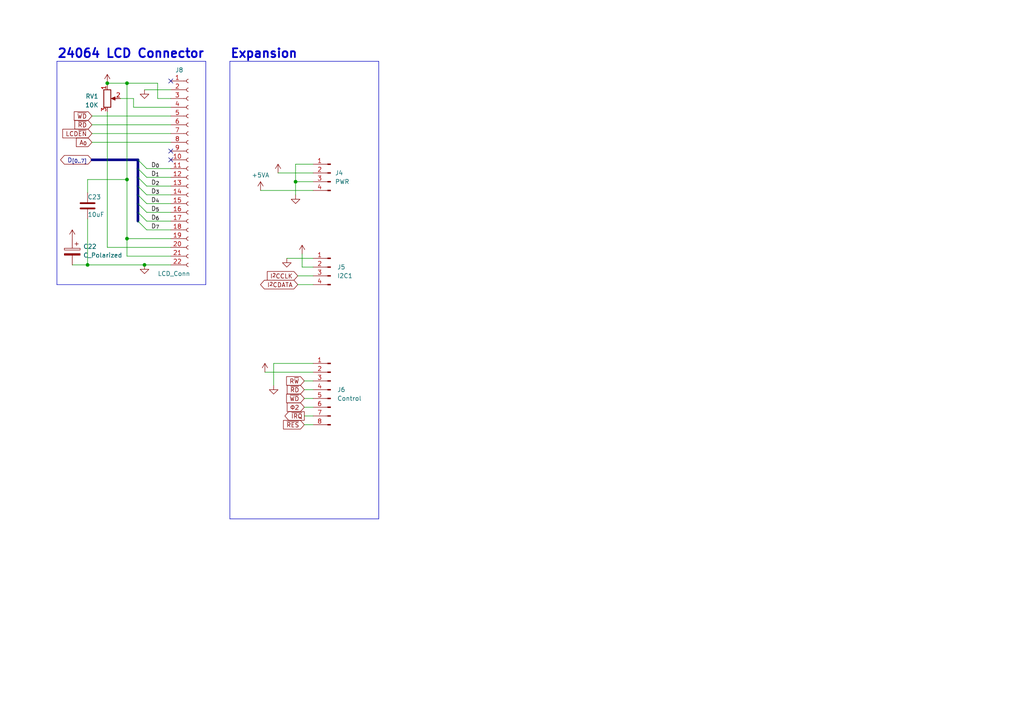
<source format=kicad_sch>
(kicad_sch (version 20230121) (generator eeschema)
  (paper "A4")
  (lib_symbols
    (symbol "Connector:Conn_01x04_Pin" (pin_names (offset 1.016) hide)
      (property "Reference" "J" (at 0 5.08 0))
      (property "Value" "Conn_01x04_Pin" (at 0 -7.62 0))
      (symbol "Conn_01x04_Pin_1_1"
        (polyline (pts (xy 1.27 -5.08) (xy 0.8636 -5.08)) (stroke (width 0.1524)))
        (polyline (pts (xy 1.27 -2.54) (xy 0.8636 -2.54)) (stroke (width 0.1524)))
        (polyline (pts (xy 1.27 0) (xy 0.8636 0)) (stroke (width 0.1524)))
        (polyline (pts (xy 1.27 2.54) (xy 0.8636 2.54)) (stroke (width 0.1524)))
        (rectangle (start 0.8636 -4.953) (end 0 -5.207) (stroke (width 0.1524)) (fill (type outline)))
        (rectangle (start 0.8636 -2.413) (end 0 -2.667) (stroke (width 0.1524)) (fill (type outline)))
        (rectangle (start 0.8636 0.127) (end 0 -0.127) (stroke (width 0.1524)) (fill (type outline)))
        (rectangle (start 0.8636 2.667) (end 0 2.413) (stroke (width 0.1524)) (fill (type outline)))
        (pin passive line (at 5.08 2.54 180) (length 3.81) (name "Pin_1") (number "1"))
        (pin passive line (at 5.08 0 180) (length 3.81) (name "Pin_2") (number "2"))
        (pin passive line (at 5.08 -2.54 180) (length 3.81) (name "Pin_3") (number "3"))
        (pin passive line (at 5.08 -5.08 180) (length 3.81) (name "Pin_4") (number "4"))
      )
    )
    (symbol "Connector:Conn_01x08_Pin" (pin_names (offset 1.016) hide)
      (property "Reference" "J" (at 0 10.16 0))
      (property "Value" "Conn_01x08_Pin" (at 0 -12.7 0))
      (symbol "Conn_01x08_Pin_1_1"
        (polyline (pts (xy 1.27 -10.16) (xy 0.8636 -10.16)) (stroke (width 0.1524)))
        (polyline (pts (xy 1.27 -7.62) (xy 0.8636 -7.62)) (stroke (width 0.1524)))
        (polyline (pts (xy 1.27 -5.08) (xy 0.8636 -5.08)) (stroke (width 0.1524)))
        (polyline (pts (xy 1.27 -2.54) (xy 0.8636 -2.54)) (stroke (width 0.1524)))
        (polyline (pts (xy 1.27 0) (xy 0.8636 0)) (stroke (width 0.1524)))
        (polyline (pts (xy 1.27 2.54) (xy 0.8636 2.54)) (stroke (width 0.1524)))
        (polyline (pts (xy 1.27 5.08) (xy 0.8636 5.08)) (stroke (width 0.1524)))
        (polyline (pts (xy 1.27 7.62) (xy 0.8636 7.62)) (stroke (width 0.1524)))
        (rectangle (start 0.8636 -10.033) (end 0 -10.287) (stroke (width 0.1524)) (fill (type outline)))
        (rectangle (start 0.8636 -7.493) (end 0 -7.747) (stroke (width 0.1524)) (fill (type outline)))
        (rectangle (start 0.8636 -4.953) (end 0 -5.207) (stroke (width 0.1524)) (fill (type outline)))
        (rectangle (start 0.8636 -2.413) (end 0 -2.667) (stroke (width 0.1524)) (fill (type outline)))
        (rectangle (start 0.8636 0.127) (end 0 -0.127) (stroke (width 0.1524)) (fill (type outline)))
        (rectangle (start 0.8636 2.667) (end 0 2.413) (stroke (width 0.1524)) (fill (type outline)))
        (rectangle (start 0.8636 5.207) (end 0 4.953) (stroke (width 0.1524)) (fill (type outline)))
        (rectangle (start 0.8636 7.747) (end 0 7.493) (stroke (width 0.1524)) (fill (type outline)))
        (pin passive line (at 5.08 7.62 180) (length 3.81) (name "Pin_1") (number "1"))
        (pin passive line (at 5.08 5.08 180) (length 3.81) (name "Pin_2") (number "2"))
        (pin passive line (at 5.08 2.54 180) (length 3.81) (name "Pin_3") (number "3"))
        (pin passive line (at 5.08 0 180) (length 3.81) (name "Pin_4") (number "4"))
        (pin passive line (at 5.08 -2.54 180) (length 3.81) (name "Pin_5") (number "5"))
        (pin passive line (at 5.08 -5.08 180) (length 3.81) (name "Pin_6") (number "6"))
        (pin passive line (at 5.08 -7.62 180) (length 3.81) (name "Pin_7") (number "7"))
        (pin passive line (at 5.08 -10.16 180) (length 3.81) (name "Pin_8") (number "8"))
      )
    )
    (symbol "Connector:Conn_01x22_Socket" (pin_names (offset 1.016) hide)
      (property "Reference" "J" (at 0 27.94 0))
      (property "Value" "Conn_01x22_Socket" (at 0 -30.48 0))
      (symbol "Conn_01x22_Socket_1_1"
        (arc (start 0 -27.432) (mid -0.5058 -27.94) (end 0 -28.448) (stroke (width 0.1524)))
        (arc (start 0 -24.892) (mid -0.5058 -25.4) (end 0 -25.908) (stroke (width 0.1524)))
        (arc (start 0 -22.352) (mid -0.5058 -22.86) (end 0 -23.368) (stroke (width 0.1524)))
        (arc (start 0 -19.812) (mid -0.5058 -20.32) (end 0 -20.828) (stroke (width 0.1524)))
        (arc (start 0 -17.272) (mid -0.5058 -17.78) (end 0 -18.288) (stroke (width 0.1524)))
        (arc (start 0 -14.732) (mid -0.5058 -15.24) (end 0 -15.748) (stroke (width 0.1524)))
        (arc (start 0 -12.192) (mid -0.5058 -12.7) (end 0 -13.208) (stroke (width 0.1524)))
        (arc (start 0 -9.652) (mid -0.5058 -10.16) (end 0 -10.668) (stroke (width 0.1524)))
        (arc (start 0 -7.112) (mid -0.5058 -7.62) (end 0 -8.128) (stroke (width 0.1524)))
        (arc (start 0 -4.572) (mid -0.5058 -5.08) (end 0 -5.588) (stroke (width 0.1524)))
        (arc (start 0 -2.032) (mid -0.5058 -2.54) (end 0 -3.048) (stroke (width 0.1524)))
        (polyline (pts (xy -1.27 -27.94) (xy -0.508 -27.94)) (stroke (width 0.1524)))
        (polyline (pts (xy -1.27 -25.4) (xy -0.508 -25.4)) (stroke (width 0.1524)))
        (polyline (pts (xy -1.27 -22.86) (xy -0.508 -22.86)) (stroke (width 0.1524)))
        (polyline (pts (xy -1.27 -20.32) (xy -0.508 -20.32)) (stroke (width 0.1524)))
        (polyline (pts (xy -1.27 -17.78) (xy -0.508 -17.78)) (stroke (width 0.1524)))
        (polyline (pts (xy -1.27 -15.24) (xy -0.508 -15.24)) (stroke (width 0.1524)))
        (polyline (pts (xy -1.27 -12.7) (xy -0.508 -12.7)) (stroke (width 0.1524)))
        (polyline (pts (xy -1.27 -10.16) (xy -0.508 -10.16)) (stroke (width 0.1524)))
        (polyline (pts (xy -1.27 -7.62) (xy -0.508 -7.62)) (stroke (width 0.1524)))
        (polyline (pts (xy -1.27 -5.08) (xy -0.508 -5.08)) (stroke (width 0.1524)))
        (polyline (pts (xy -1.27 -2.54) (xy -0.508 -2.54)) (stroke (width 0.1524)))
        (polyline (pts (xy -1.27 0) (xy -0.508 0)) (stroke (width 0.1524)))
        (polyline (pts (xy -1.27 2.54) (xy -0.508 2.54)) (stroke (width 0.1524)))
        (polyline (pts (xy -1.27 5.08) (xy -0.508 5.08)) (stroke (width 0.1524)))
        (polyline (pts (xy -1.27 7.62) (xy -0.508 7.62)) (stroke (width 0.1524)))
        (polyline (pts (xy -1.27 10.16) (xy -0.508 10.16)) (stroke (width 0.1524)))
        (polyline (pts (xy -1.27 12.7) (xy -0.508 12.7)) (stroke (width 0.1524)))
        (polyline (pts (xy -1.27 15.24) (xy -0.508 15.24)) (stroke (width 0.1524)))
        (polyline (pts (xy -1.27 17.78) (xy -0.508 17.78)) (stroke (width 0.1524)))
        (polyline (pts (xy -1.27 20.32) (xy -0.508 20.32)) (stroke (width 0.1524)))
        (polyline (pts (xy -1.27 22.86) (xy -0.508 22.86)) (stroke (width 0.1524)))
        (polyline (pts (xy -1.27 25.4) (xy -0.508 25.4)) (stroke (width 0.1524)))
        (arc (start 0 0.508) (mid -0.5058 0) (end 0 -0.508) (stroke (width 0.1524)))
        (arc (start 0 3.048) (mid -0.5058 2.54) (end 0 2.032) (stroke (width 0.1524)))
        (arc (start 0 5.588) (mid -0.5058 5.08) (end 0 4.572) (stroke (width 0.1524)))
        (arc (start 0 8.128) (mid -0.5058 7.62) (end 0 7.112) (stroke (width 0.1524)))
        (arc (start 0 10.668) (mid -0.5058 10.16) (end 0 9.652) (stroke (width 0.1524)))
        (arc (start 0 13.208) (mid -0.5058 12.7) (end 0 12.192) (stroke (width 0.1524)))
        (arc (start 0 15.748) (mid -0.5058 15.24) (end 0 14.732) (stroke (width 0.1524)))
        (arc (start 0 18.288) (mid -0.5058 17.78) (end 0 17.272) (stroke (width 0.1524)))
        (arc (start 0 20.828) (mid -0.5058 20.32) (end 0 19.812) (stroke (width 0.1524)))
        (arc (start 0 23.368) (mid -0.5058 22.86) (end 0 22.352) (stroke (width 0.1524)))
        (arc (start 0 25.908) (mid -0.5058 25.4) (end 0 24.892) (stroke (width 0.1524)))
        (pin passive line (at -5.08 25.4 0) (length 3.81) (name "Pin_1") (number "1"))
        (pin passive line (at -5.08 2.54 0) (length 3.81) (name "Pin_10") (number "10"))
        (pin passive line (at -5.08 0 0) (length 3.81) (name "Pin_11") (number "11"))
        (pin passive line (at -5.08 -2.54 0) (length 3.81) (name "Pin_12") (number "12"))
        (pin passive line (at -5.08 -5.08 0) (length 3.81) (name "Pin_13") (number "13"))
        (pin passive line (at -5.08 -7.62 0) (length 3.81) (name "Pin_14") (number "14"))
        (pin passive line (at -5.08 -10.16 0) (length 3.81) (name "Pin_15") (number "15"))
        (pin passive line (at -5.08 -12.7 0) (length 3.81) (name "Pin_16") (number "16"))
        (pin passive line (at -5.08 -15.24 0) (length 3.81) (name "Pin_17") (number "17"))
        (pin passive line (at -5.08 -17.78 0) (length 3.81) (name "Pin_18") (number "18"))
        (pin passive line (at -5.08 -20.32 0) (length 3.81) (name "Pin_19") (number "19"))
        (pin passive line (at -5.08 22.86 0) (length 3.81) (name "Pin_2") (number "2"))
        (pin passive line (at -5.08 -22.86 0) (length 3.81) (name "Pin_20") (number "20"))
        (pin passive line (at -5.08 -25.4 0) (length 3.81) (name "Pin_21") (number "21"))
        (pin passive line (at -5.08 -27.94 0) (length 3.81) (name "Pin_22") (number "22"))
        (pin passive line (at -5.08 20.32 0) (length 3.81) (name "Pin_3") (number "3"))
        (pin passive line (at -5.08 17.78 0) (length 3.81) (name "Pin_4") (number "4"))
        (pin passive line (at -5.08 15.24 0) (length 3.81) (name "Pin_5") (number "5"))
        (pin passive line (at -5.08 12.7 0) (length 3.81) (name "Pin_6") (number "6"))
        (pin passive line (at -5.08 10.16 0) (length 3.81) (name "Pin_7") (number "7"))
        (pin passive line (at -5.08 7.62 0) (length 3.81) (name "Pin_8") (number "8"))
        (pin passive line (at -5.08 5.08 0) (length 3.81) (name "Pin_9") (number "9"))
      )
    )
    (symbol "Device:C" (pin_numbers hide) (pin_names (offset 0.254))
      (property "Reference" "C" (at 0.635 2.54 0))
      (property "Value" "C" (at 0.635 -2.54 0))
      (symbol "C_0_1"
        (polyline (pts (xy -2.032 -0.762) (xy 2.032 -0.762)) (stroke (width 0.508)))
        (polyline (pts (xy -2.032 0.762) (xy 2.032 0.762)) (stroke (width 0.508)))
      )
      (symbol "C_1_1"
        (pin passive line (at 0 3.81 270) (length 2.794) (name "~") (number "1"))
        (pin passive line (at 0 -3.81 90) (length 2.794) (name "~") (number "2"))
      )
    )
    (symbol "Device:C_Polarized" (pin_numbers hide) (pin_names (offset 0.254))
      (property "Reference" "C" (at 0.635 2.54 0))
      (property "Value" "C_Polarized" (at 0.635 -2.54 0))
      (symbol "C_Polarized_0_1"
        (rectangle (start -2.286 0.508) (end 2.286 1.016))
        (polyline (pts (xy -1.778 2.286) (xy -0.762 2.286)))
        (polyline (pts (xy -1.27 2.794) (xy -1.27 1.778)))
        (rectangle (start 2.286 -0.508) (end -2.286 -1.016) (fill (type outline)))
      )
      (symbol "C_Polarized_1_1"
        (pin passive line (at 0 3.81 270) (length 2.794) (name "~") (number "1"))
        (pin passive line (at 0 -3.81 90) (length 2.794) (name "~") (number "2"))
      )
    )
    (symbol "Device:R_Potentiometer" (pin_names (offset 1.016) hide)
      (property "Reference" "RV" (at -4.445 0 90))
      (property "Value" "R_Potentiometer" (at -2.54 0 90))
      (symbol "R_Potentiometer_0_1"
        (polyline (pts (xy 2.54 0) (xy 1.524 0)))
        (polyline (pts (xy 1.143 0) (xy 2.286 0.508) (xy 2.286 -0.508) (xy 1.143 0)) (fill (type outline)))
        (rectangle (start 1.016 2.54) (end -1.016 -2.54) (stroke (width 0.254)))
      )
      (symbol "R_Potentiometer_1_1"
        (pin passive line (at 0 3.81 270) (length 1.27) (name "1") (number "1"))
        (pin passive line (at 3.81 0 180) (length 1.27) (name "2") (number "2"))
        (pin passive line (at 0 -3.81 90) (length 1.27) (name "3") (number "3"))
      )
    )
    (symbol "power:+5V" (power) (pin_names (offset 0))
      (property "Value" "+5V" (at 0 3.556 0))
      (symbol "+5V_0_1"
        (polyline (pts (xy -0.762 1.27) (xy 0 2.54)))
        (polyline (pts (xy 0 0) (xy 0 2.54)))
        (polyline (pts (xy 0 2.54) (xy 0.762 1.27)))
      )
      (symbol "+5V_1_1"
        (pin power_in line (at 0 0 90) (length 0) hide (name "+5V") (number "1"))
      )
    )
    (symbol "power:+5VA" (power) (pin_names (offset 0))
      (property "Value" "+5VA" (at 0 3.556 0))
      (symbol "+5VA_0_1"
        (polyline (pts (xy -0.762 1.27) (xy 0 2.54)))
        (polyline (pts (xy 0 0) (xy 0 2.54)))
        (polyline (pts (xy 0 2.54) (xy 0.762 1.27)))
      )
      (symbol "+5VA_1_1"
        (pin power_in line (at 0 0 90) (length 0) hide (name "+5VA") (number "1"))
      )
    )
    (symbol "power:GND" (power) (pin_names (offset 0))
      (property "Value" "GND" (at 0 -3.81 0))
      (symbol "GND_0_1"
        (polyline (pts (xy 0 0) (xy 0 -1.27) (xy 1.27 -1.27) (xy 0 -2.54) (xy -1.27 -1.27) (xy 0 -1.27)))
      )
      (symbol "GND_1_1"
        (pin power_in line (at 0 0 270) (length 0) hide (name "GND") (number "1"))
      )
    )
  )
  (junction (at 31.115 24.13))
  (junction (at 41.91 76.835))
  (junction (at 36.83 24.13))
  (junction (at 85.725 52.705))
  (junction (at 25.4 76.835))
  (junction (at 36.83 52.07))
  (junction (at 36.83 69.215))
  (no_connect (at 49.53 46.355))
  (no_connect (at 49.53 43.815))
  (no_connect (at 49.53 23.495))
  (bus_entry (at 40.005 53.975) (size 2.54 2.54))
  (bus_entry (at 40.005 61.595) (size 2.54 2.54))
  (bus_entry (at 40.005 46.355) (size 2.54 2.54))
  (bus_entry (at 40.005 56.515) (size 2.54 2.54))
  (bus_entry (at 40.005 64.135) (size 2.54 2.54))
  (bus_entry (at 40.005 48.895) (size 2.54 2.54))
  (bus_entry (at 40.005 51.435) (size 2.54 2.54))
  (bus_entry (at 40.005 59.055) (size 2.54 2.54))
  (wire (pts (xy 42.545 48.895) (xy 49.53 48.895)))
  (wire (pts (xy 25.4 52.07) (xy 36.83 52.07)))
  (wire (pts (xy 76.835 107.95) (xy 90.805 107.95)))
  (wire (pts (xy 90.805 52.705) (xy 85.725 52.705)))
  (bus (pts (xy 40.005 59.055) (xy 40.005 61.595)) (stroke (width 0.75)))
  (bus (pts (xy 40.005 51.435) (xy 40.005 48.895)) (stroke (width 0.75)))
  (wire (pts (xy 86.36 80.01) (xy 90.805 80.01)))
  (bus (pts (xy 40.005 53.975) (xy 40.005 51.435)) (stroke (width 0.75)))
  (polyline (pts (xy 59.69 82.55) (xy 16.51 82.55)))
  (bus (pts (xy 40.005 46.355) (xy 26.67 46.355)) (stroke (width 0.75)))
  (wire (pts (xy 45.72 28.575) (xy 45.72 24.13)))
  (wire (pts (xy 25.4 63.5) (xy 25.4 76.835)))
  (wire (pts (xy 25.4 55.88) (xy 25.4 52.07)))
  (wire (pts (xy 90.805 123.19) (xy 88.265 123.19)))
  (polyline (pts (xy 109.855 150.495) (xy 66.675 150.495)))
  (polyline (pts (xy 109.855 17.78) (xy 109.855 150.495)))
  (wire (pts (xy 79.375 105.41) (xy 79.375 111.76)))
  (wire (pts (xy 38.735 31.115) (xy 49.53 31.115)))
  (wire (pts (xy 36.83 69.215) (xy 49.53 69.215)))
  (wire (pts (xy 36.83 24.13) (xy 36.83 52.07)))
  (wire (pts (xy 20.955 76.835) (xy 25.4 76.835)))
  (wire (pts (xy 90.805 118.11) (xy 88.265 118.11)))
  (wire (pts (xy 90.805 113.03) (xy 88.265 113.03)))
  (bus (pts (xy 40.005 59.055) (xy 40.005 56.515)) (stroke (width 0.75)))
  (wire (pts (xy 34.925 28.575) (xy 38.735 28.575)))
  (wire (pts (xy 90.805 77.47) (xy 87.63 77.47)))
  (wire (pts (xy 83.185 74.93) (xy 90.805 74.93)))
  (wire (pts (xy 26.67 33.655) (xy 49.53 33.655)))
  (wire (pts (xy 26.67 41.275) (xy 49.53 41.275)))
  (wire (pts (xy 42.545 59.055) (xy 49.53 59.055)))
  (wire (pts (xy 26.67 36.195) (xy 49.53 36.195)))
  (bus (pts (xy 40.005 56.515) (xy 40.005 53.975)) (stroke (width 0.75)))
  (wire (pts (xy 87.63 73.66) (xy 87.63 77.47)))
  (wire (pts (xy 36.83 24.13) (xy 45.72 24.13)))
  (wire (pts (xy 31.115 24.13) (xy 36.83 24.13)))
  (wire (pts (xy 86.36 82.55) (xy 90.805 82.55)))
  (wire (pts (xy 85.725 47.625) (xy 90.805 47.625)))
  (wire (pts (xy 36.83 52.07) (xy 36.83 69.215)))
  (wire (pts (xy 45.72 28.575) (xy 49.53 28.575)))
  (wire (pts (xy 42.545 61.595) (xy 49.53 61.595)))
  (wire (pts (xy 85.725 52.705) (xy 85.725 47.625)))
  (wire (pts (xy 42.545 53.975) (xy 49.53 53.975)))
  (polyline (pts (xy 16.51 17.78) (xy 59.69 17.78)))
  (wire (pts (xy 90.805 110.49) (xy 88.265 110.49)))
  (polyline (pts (xy 16.51 17.78) (xy 16.51 82.55)))
  (wire (pts (xy 42.545 51.435) (xy 49.53 51.435)))
  (wire (pts (xy 26.67 38.735) (xy 49.53 38.735)))
  (wire (pts (xy 31.115 71.755) (xy 31.115 32.385)))
  (polyline (pts (xy 66.675 17.78) (xy 66.675 150.495)))
  (wire (pts (xy 90.805 115.57) (xy 88.265 115.57)))
  (wire (pts (xy 41.91 26.035) (xy 49.53 26.035)))
  (polyline (pts (xy 66.675 17.78) (xy 109.855 17.78)))
  (wire (pts (xy 75.565 55.245) (xy 90.805 55.245)))
  (wire (pts (xy 85.725 56.515) (xy 85.725 52.705)))
  (wire (pts (xy 90.805 105.41) (xy 79.375 105.41)))
  (bus (pts (xy 40.005 48.895) (xy 40.005 46.355)) (stroke (width 0.75)))
  (wire (pts (xy 25.4 76.835) (xy 41.91 76.835)))
  (bus (pts (xy 40.005 61.595) (xy 40.005 64.135)) (stroke (width 0.75)))
  (wire (pts (xy 41.91 76.835) (xy 49.53 76.835)))
  (wire (pts (xy 80.645 50.165) (xy 90.805 50.165)))
  (wire (pts (xy 49.53 74.295) (xy 36.83 74.295)))
  (wire (pts (xy 36.83 74.295) (xy 36.83 69.215)))
  (wire (pts (xy 42.545 56.515) (xy 49.53 56.515)))
  (wire (pts (xy 31.115 24.765) (xy 31.115 24.13)))
  (wire (pts (xy 90.805 120.65) (xy 88.265 120.65)))
  (wire (pts (xy 49.53 71.755) (xy 31.115 71.755)))
  (polyline (pts (xy 59.69 17.78) (xy 59.69 82.55)))
  (wire (pts (xy 42.545 64.135) (xy 49.53 64.135)))
  (wire (pts (xy 38.735 28.575) (xy 38.735 31.115)))
  (wire (pts (xy 42.545 66.675) (xy 49.53 66.675)))
  (text "24064 LCD Connector" (at 16.51 17.145 0) (effects (font (size 2.54 2.54) (thickness 0.508) bold) (justify left bottom)))
  (text "Expansion" (at 66.675 17.145 0) (effects (font (size 2.54 2.54) (thickness 0.508) bold) (justify left bottom)))
  (label "D_{0}" (at 43.815 48.895 0))
  (label "D_{6}" (at 43.815 64.135 0))
  (label "D_{1}" (at 43.815 51.435 0))
  (label "D_{7}" (at 43.815 66.675 0))
  (label "D_{3}" (at 43.815 56.515 0))
  (label "D_{2}" (at 43.815 53.975 0))
  (label "D_{5}" (at 43.815 61.595 0))
  (label "D_{4}" (at 43.815 59.055 0))
  (global_label "~{WD}" (shape input) (at 26.67 33.655 180) (property "Intersheetrefs" "${INTERSHEET_REFS}" (effects hide)))
  (global_label "D_{[0..7]}" (shape bidirectional) (at 26.67 46.355 180) (property "Intersheetrefs" "${INTERSHEET_REFS}" (effects hide)))
  (global_label "Ф2" (shape input) (at 88.265 118.11 180) (property "Intersheetrefs" "${INTERSHEET_REFS}" (effects hide)))
  (global_label "I^{2}CDATA" (shape bidirectional) (at 86.36 82.55 180) (property "Intersheetrefs" "${INTERSHEET_REFS}" (effects hide)))
  (global_label "LCD~{EN}" (shape input) (at 26.67 38.735 180) (property "Intersheetrefs" "${INTERSHEET_REFS}" (effects hide)))
  (global_label "~{RD}" (shape input) (at 26.67 36.195 180) (property "Intersheetrefs" "${INTERSHEET_REFS}" (effects hide)))
  (global_label "I^{2}CCLK" (shape input) (at 86.36 80.01 180) (property "Intersheetrefs" "${INTERSHEET_REFS}" (effects hide)))
  (global_label "R~{W}" (shape input) (at 88.265 110.49 180) (property "Intersheetrefs" "${INTERSHEET_REFS}" (effects hide)))
  (global_label "A_{0}" (shape input) (at 26.67 41.275 180) (property "Intersheetrefs" "${INTERSHEET_REFS}" (effects hide)))
  (global_label "~{IRQ}" (shape output) (at 88.265 120.65 180) (property "Intersheetrefs" "${INTERSHEET_REFS}" (effects hide)))
  (global_label "~{RD}" (shape input) (at 88.265 113.03 180) (property "Intersheetrefs" "${INTERSHEET_REFS}" (effects hide)))
  (global_label "~{WD}" (shape input) (at 88.265 115.57 180) (property "Intersheetrefs" "${INTERSHEET_REFS}" (effects hide)))
  (global_label "~{RES}" (shape input) (at 88.265 123.19 180) (property "Intersheetrefs" "${INTERSHEET_REFS}" (effects hide)))
  (symbol (lib_id "Device:C_Polarized") (at 20.955 73.025 0) (mirror y) (unit 1)
    (property "Reference" "C22" (at 24.13 71.501 0) (effects (justify right)))
    (property "Value" "C_Polarized" (at 24.13 74.041 0) (effects (justify right)))
    (property "Footprint" "Capacitor_THT:CP_Radial_D6.3mm_P2.50mm" (effects hide))
  )
  (symbol (lib_id "Connector:Conn_01x08_Pin") (at 95.885 113.03 0) (mirror y) (unit 1)
    (property "Reference" "J6" (at 97.79 113.03 0) (effects (justify right)))
    (property "Value" "Control" (at 97.79 115.57 0) (effects (justify right)))
    (property "Footprint" "Connector_PinHeader_2.54mm:PinHeader_1x08_P2.54mm_Vertical" (effects hide))
  )
  (symbol (lib_id "Connector:Conn_01x04_Pin") (at 95.885 50.165 0) (mirror y) (unit 1)
    (property "Reference" "J4" (at 97.155 50.1649 0) (effects (justify right)))
    (property "Value" "PWR" (at 97.155 52.7049 0) (effects (justify right)))
    (property "Footprint" "Connector_PinHeader_2.54mm:PinHeader_2x02_P2.54mm_Vertical" (effects hide))
  )
  (symbol (lib_id "power:GND") (at 85.725 56.515 0) (unit 1)
    (property "Reference" "#PWR075" (effects hide))
    (property "Value" "GND" (effects hide))
  )
  (symbol (lib_id "Connector:Conn_01x22_Socket") (at 54.61 48.895 0) (unit 1)
    (property "Reference" "J8" (at 50.8 20.32 0) (effects (justify left)))
    (property "Value" "LCD_Conn" (at 45.72 79.375 0) (effects (justify left)))
    (property "Footprint" "my:LCD24064" (effects hide))
  )
  (symbol (lib_id "power:+5V") (at 31.115 24.13 0) (unit 1)
    (property "Reference" "#PWR072" (effects hide))
    (property "Value" "+5V" (effects hide))
  )
  (symbol (lib_id "power:GND") (at 83.185 74.93 0) (unit 1)
    (property "Reference" "#PWR074" (effects hide))
    (property "Value" "GND" (effects hide))
  )
  (symbol (lib_id "power:+5VA") (at 75.565 55.245 0) (unit 1)
    (property "Reference" "#PWR068" (effects hide))
    (property "Value" "+5VA" (at 75.565 50.8 0))
  )
  (symbol (lib_id "power:GND") (at 41.91 26.035 0) (unit 1)
    (property "Reference" "#PWR078" (effects hide))
    (property "Value" "GND" (effects hide))
  )
  (symbol (lib_id "power:+5V") (at 87.63 73.66 0) (unit 1)
    (property "Reference" "#PWR076" (effects hide))
    (property "Value" "+5V" (effects hide))
  )
  (symbol (lib_id "power:GND") (at 79.375 111.76 0) (unit 1)
    (property "Reference" "#PWR070" (effects hide))
    (property "Value" "GND" (effects hide))
  )
  (symbol (lib_id "power:+5V") (at 80.645 50.165 0) (unit 1)
    (property "Reference" "#PWR071" (effects hide))
    (property "Value" "+5V" (effects hide))
  )
  (symbol (lib_id "power:+5V") (at 76.835 107.95 0) (unit 1)
    (property "Reference" "#PWR069" (effects hide))
    (property "Value" "+5V" (effects hide))
  )
  (symbol (lib_id "power:+5V") (at 20.955 69.215 0) (unit 1)
    (property "Reference" "#PWR067" (effects hide))
    (property "Value" "+5V" (effects hide))
  )
  (symbol (lib_id "Device:C") (at 25.4 59.69 0) (unit 1)
    (property "Reference" "C23" (at 25.4 57.15 0) (effects (justify left)))
    (property "Value" "10uF" (at 25.4 62.23 0) (effects (justify left)))
    (property "Footprint" "Capacitor_THT:C_Disc_D3.0mm_W2.0mm_P2.50mm" (effects hide))
  )
  (symbol (lib_id "power:GND") (at 41.91 76.835 0) (unit 1)
    (property "Reference" "#PWR079" (effects hide))
    (property "Value" "GND" (effects hide))
  )
  (symbol (lib_id "Device:R_Potentiometer") (at 31.115 28.575 0) (unit 1)
    (property "Reference" "RV1" (at 28.575 27.94 0) (effects (justify right)))
    (property "Value" "10K" (at 28.575 30.48 0) (effects (justify right)))
    (property "Footprint" "Potentiometer_THT:Potentiometer_Bourns_3296Y_Vertical" (effects hide))
  )
  (symbol (lib_id "Connector:Conn_01x04_Pin") (at 95.885 77.47 0) (mirror y) (unit 1)
    (property "Reference" "J5" (at 97.79 77.47 0) (effects (justify right)))
    (property "Value" "I2C1" (at 97.79 80.01 0) (effects (justify right)))
    (property "Footprint" "Connector_PinHeader_2.54mm:PinHeader_2x02_P2.54mm_Vertical" (effects hide))
  )
)
</source>
